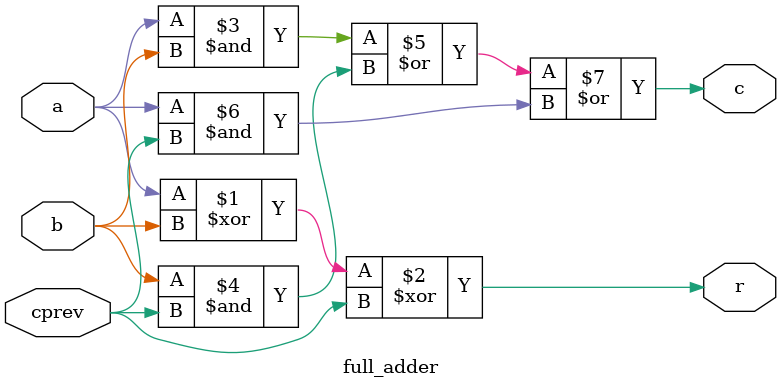
<source format=v>
`timescale 1ns / 1ps

module half_adder(input a, input b, output r, output c);
    assign r = a ^ b;
    assign c = a & b;
endmodule

module full_adder(input a, input b, input cprev, output r, output c);
    assign r = a ^ b ^ cprev;
    assign c = a & b | b & cprev | a & cprev;
endmodule
</source>
